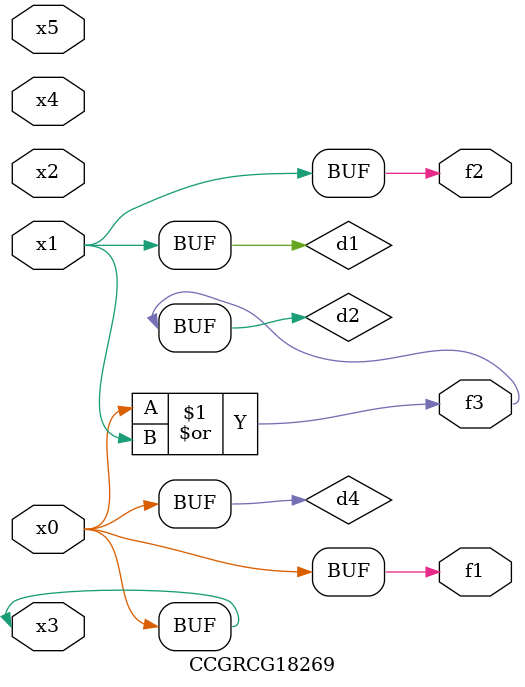
<source format=v>
module CCGRCG18269(
	input x0, x1, x2, x3, x4, x5,
	output f1, f2, f3
);

	wire d1, d2, d3, d4;

	and (d1, x1);
	or (d2, x0, x1);
	nand (d3, x0, x5);
	buf (d4, x0, x3);
	assign f1 = d4;
	assign f2 = d1;
	assign f3 = d2;
endmodule

</source>
